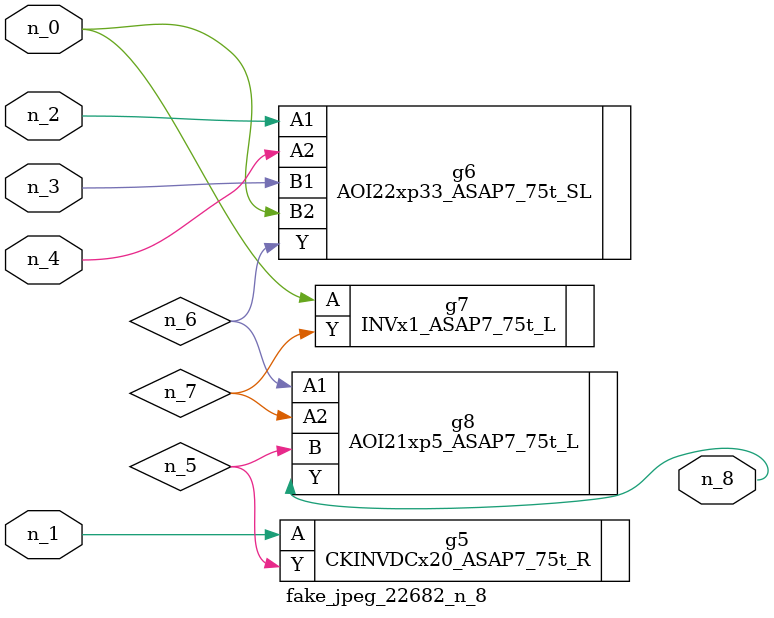
<source format=v>
module fake_jpeg_22682_n_8 (n_3, n_2, n_1, n_0, n_4, n_8);

input n_3;
input n_2;
input n_1;
input n_0;
input n_4;

output n_8;

wire n_6;
wire n_5;
wire n_7;

CKINVDCx20_ASAP7_75t_R g5 ( 
.A(n_1),
.Y(n_5)
);

AOI22xp33_ASAP7_75t_SL g6 ( 
.A1(n_2),
.A2(n_4),
.B1(n_3),
.B2(n_0),
.Y(n_6)
);

INVx1_ASAP7_75t_L g7 ( 
.A(n_0),
.Y(n_7)
);

AOI21xp5_ASAP7_75t_L g8 ( 
.A1(n_6),
.A2(n_7),
.B(n_5),
.Y(n_8)
);


endmodule
</source>
